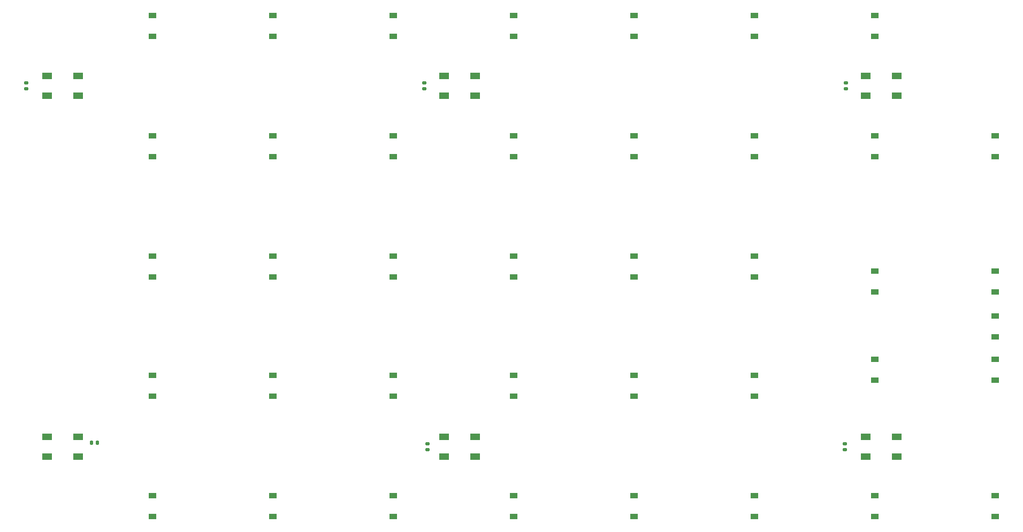
<source format=gbp>
G04 #@! TF.GenerationSoftware,KiCad,Pcbnew,(6.0.1)*
G04 #@! TF.CreationDate,2022-04-05T18:46:33+02:00*
G04 #@! TF.ProjectId,Keyboard Right Hand Side,4b657962-6f61-4726-9420-526967687420,rev?*
G04 #@! TF.SameCoordinates,Original*
G04 #@! TF.FileFunction,Paste,Bot*
G04 #@! TF.FilePolarity,Positive*
%FSLAX46Y46*%
G04 Gerber Fmt 4.6, Leading zero omitted, Abs format (unit mm)*
G04 Created by KiCad (PCBNEW (6.0.1)) date 2022-04-05 18:46:33*
%MOMM*%
%LPD*%
G01*
G04 APERTURE LIST*
G04 Aperture macros list*
%AMRoundRect*
0 Rectangle with rounded corners*
0 $1 Rounding radius*
0 $2 $3 $4 $5 $6 $7 $8 $9 X,Y pos of 4 corners*
0 Add a 4 corners polygon primitive as box body*
4,1,4,$2,$3,$4,$5,$6,$7,$8,$9,$2,$3,0*
0 Add four circle primitives for the rounded corners*
1,1,$1+$1,$2,$3*
1,1,$1+$1,$4,$5*
1,1,$1+$1,$6,$7*
1,1,$1+$1,$8,$9*
0 Add four rect primitives between the rounded corners*
20,1,$1+$1,$2,$3,$4,$5,0*
20,1,$1+$1,$4,$5,$6,$7,0*
20,1,$1+$1,$6,$7,$8,$9,0*
20,1,$1+$1,$8,$9,$2,$3,0*%
G04 Aperture macros list end*
%ADD10R,1.200000X0.900000*%
%ADD11RoundRect,0.140000X-0.140000X-0.170000X0.140000X-0.170000X0.140000X0.170000X-0.140000X0.170000X0*%
%ADD12R,1.500000X1.000000*%
%ADD13RoundRect,0.140000X0.170000X-0.140000X0.170000X0.140000X-0.170000X0.140000X-0.170000X-0.140000X0*%
G04 APERTURE END LIST*
D10*
X237732300Y-74724800D03*
X237732300Y-71424800D03*
X199632300Y-55674800D03*
X199632300Y-52374800D03*
X199632300Y-112648000D03*
X199632300Y-109348000D03*
D11*
X113820000Y-120015000D03*
X114780000Y-120015000D03*
D12*
X174535000Y-61900000D03*
X174535000Y-65100000D03*
X169635000Y-65100000D03*
X169635000Y-61900000D03*
D10*
X180582300Y-55674800D03*
X180582300Y-52374800D03*
X256782300Y-96138000D03*
X256782300Y-92838000D03*
X161532300Y-112648000D03*
X161532300Y-109348000D03*
D12*
X241210000Y-119050000D03*
X241210000Y-122250000D03*
X236310000Y-122250000D03*
X236310000Y-119050000D03*
D10*
X161532300Y-55674800D03*
X161532300Y-52374800D03*
X237732300Y-55674800D03*
X237732300Y-52374800D03*
D13*
X233200000Y-63980000D03*
X233200000Y-63020000D03*
D12*
X174535000Y-119050000D03*
X174535000Y-122250000D03*
X169635000Y-122250000D03*
X169635000Y-119050000D03*
D10*
X180582300Y-131698000D03*
X180582300Y-128398000D03*
X123432300Y-55674800D03*
X123432300Y-52374800D03*
X256782300Y-103250000D03*
X256782300Y-99950000D03*
X161532300Y-131698000D03*
X161532300Y-128398000D03*
X256782300Y-110108000D03*
X256782300Y-106808000D03*
X199632300Y-74724800D03*
X199632300Y-71424800D03*
X161532300Y-74724800D03*
X161532300Y-71424800D03*
X218682300Y-112648000D03*
X218682300Y-109348000D03*
X180582300Y-112648000D03*
X180582300Y-109348000D03*
X142482300Y-131698000D03*
X142482300Y-128398000D03*
X142482300Y-93774800D03*
X142482300Y-90474800D03*
D13*
X166497000Y-63980000D03*
X166497000Y-63020000D03*
D10*
X256782300Y-131698000D03*
X256782300Y-128398000D03*
X199632300Y-131698000D03*
X199632300Y-128398000D03*
X123432300Y-112648000D03*
X123432300Y-109348000D03*
X199632300Y-93774800D03*
X199632300Y-90474800D03*
X180582300Y-74724800D03*
X180582300Y-71424800D03*
X237732300Y-131698000D03*
X237732300Y-128398000D03*
X237732300Y-110108000D03*
X237732300Y-106808000D03*
X123432300Y-74724800D03*
X123432300Y-71424800D03*
X218682300Y-131698000D03*
X218682300Y-128398000D03*
D13*
X103505000Y-63980000D03*
X103505000Y-63020000D03*
D10*
X142482300Y-112648000D03*
X142482300Y-109348000D03*
X142482300Y-55674800D03*
X142482300Y-52374800D03*
X218682300Y-93774800D03*
X218682300Y-90474800D03*
X123432300Y-93774800D03*
X123432300Y-90474800D03*
X218682300Y-74724800D03*
X218682300Y-71424800D03*
D12*
X111670000Y-61900000D03*
X111670000Y-65100000D03*
X106770000Y-65100000D03*
X106770000Y-61900000D03*
X241210000Y-61900000D03*
X241210000Y-65100000D03*
X236310000Y-65100000D03*
X236310000Y-61900000D03*
D10*
X180582300Y-93774800D03*
X180582300Y-90474800D03*
X161532300Y-93774800D03*
X161532300Y-90474800D03*
X256782300Y-74724800D03*
X256782300Y-71424800D03*
X237732300Y-96138000D03*
X237732300Y-92838000D03*
D12*
X111670000Y-119050000D03*
X111670000Y-122250000D03*
X106770000Y-122250000D03*
X106770000Y-119050000D03*
D10*
X123432300Y-131698000D03*
X123432300Y-128398000D03*
D13*
X167005000Y-121130000D03*
X167005000Y-120170000D03*
D10*
X142482300Y-74724800D03*
X142482300Y-71424800D03*
X218682300Y-55674800D03*
X218682300Y-52374800D03*
D13*
X233045000Y-121130000D03*
X233045000Y-120170000D03*
M02*

</source>
